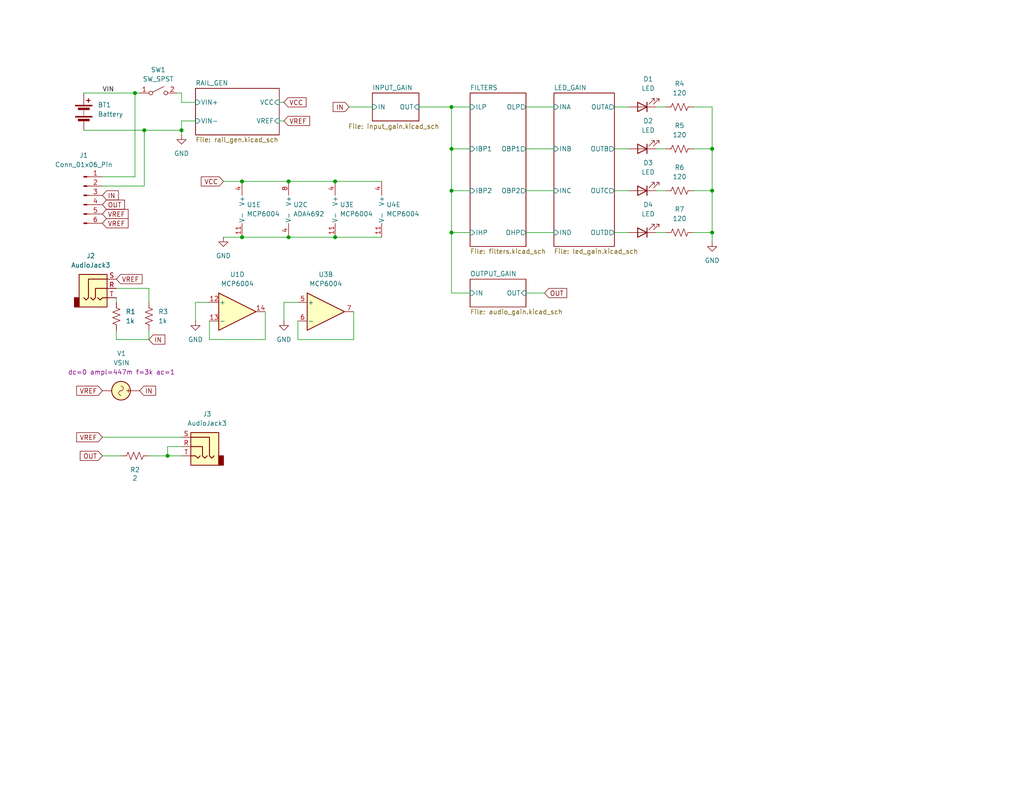
<source format=kicad_sch>
(kicad_sch (version 20250114) (generator "eeschema") (generator_version "9.0")
  (paper "USLetter")
  (title_block (title "EL223FP4L1") (date "2025-05-08") (rev "1") (company "Boles & Walker") (comment 1 "Board Overview"))
  (lib_symbols
    (symbol "Amplifier_Operational:MCP6004" (pin_names (offset 0.127))
      (property "Reference" "U" (at 0 5.08 0))
      (property "Value" "MCP6004" (at 0 -5.08 0))
      (symbol "MCP6004_1_1"
        (polyline (pts (xy -5.08 5.08) (xy 5.08 0) (xy -5.08 -5.08) (xy -5.08 5.08)) (stroke (width 0.254)) (fill (type background)))
        (pin input line (at -7.62 2.54 0) (length 2.54) (name "+") (number "3"))
        (pin input line (at -7.62 -2.54 0) (length 2.54) (name "-") (number "2"))
        (pin output line (at 7.62 0 180) (length 2.54) (name "~") (number "1"))
      )
      (symbol "MCP6004_2_1"
        (polyline (pts (xy -5.08 5.08) (xy 5.08 0) (xy -5.08 -5.08) (xy -5.08 5.08)) (stroke (width 0.254)) (fill (type background)))
        (pin input line (at -7.62 2.54 0) (length 2.54) (name "+") (number "5"))
        (pin input line (at -7.62 -2.54 0) (length 2.54) (name "-") (number "6"))
        (pin output line (at 7.62 0 180) (length 2.54) (name "~") (number "7"))
      )
      (symbol "MCP6004_3_1"
        (polyline (pts (xy -5.08 5.08) (xy 5.08 0) (xy -5.08 -5.08) (xy -5.08 5.08)) (stroke (width 0.254)) (fill (type background)))
        (pin input line (at -7.62 2.54 0) (length 2.54) (name "+") (number "10"))
        (pin input line (at -7.62 -2.54 0) (length 2.54) (name "-") (number "9"))
        (pin output line (at 7.62 0 180) (length 2.54) (name "~") (number "8"))
      )
      (symbol "MCP6004_4_1"
        (polyline (pts (xy -5.08 5.08) (xy 5.08 0) (xy -5.08 -5.08) (xy -5.08 5.08)) (stroke (width 0.254)) (fill (type background)))
        (pin input line (at -7.62 2.54 0) (length 2.54) (name "+") (number "12"))
        (pin input line (at -7.62 -2.54 0) (length 2.54) (name "-") (number "13"))
        (pin output line (at 7.62 0 180) (length 2.54) (name "~") (number "14"))
      )
      (symbol "MCP6004_5_1"
        (pin power_in line (at -2.54 7.62 270) (length 3.81) (name "V+") (number "4"))
        (pin power_in line (at -2.54 -7.62 90) (length 3.81) (name "V-") (number "11"))
      )
    )
    (symbol "Connector:Conn_01x06_Pin" (pin_names (offset 1.016) (hide yes))
      (property "Reference" "J" (at 0 7.62 0))
      (property "Value" "Conn_01x06_Pin" (at 0 -10.16 0))
      (symbol "Conn_01x06_Pin_1_1"
        (rectangle (start 0.8636 5.207) (end 0 4.953) (stroke (width 0.1524)) (fill (type outline)))
        (rectangle (start 0.8636 2.667) (end 0 2.413) (stroke (width 0.1524)) (fill (type outline)))
        (rectangle (start 0.8636 0.127) (end 0 -0.127) (stroke (width 0.1524)) (fill (type outline)))
        (rectangle (start 0.8636 -2.413) (end 0 -2.667) (stroke (width 0.1524)) (fill (type outline)))
        (rectangle (start 0.8636 -4.953) (end 0 -5.207) (stroke (width 0.1524)) (fill (type outline)))
        (rectangle (start 0.8636 -7.493) (end 0 -7.747) (stroke (width 0.1524)) (fill (type outline)))
        (polyline (pts (xy 1.27 5.08) (xy 0.8636 5.08)) (stroke (width 0.1524)))
        (polyline (pts (xy 1.27 2.54) (xy 0.8636 2.54)) (stroke (width 0.1524)))
        (polyline (pts (xy 1.27 0) (xy 0.8636 0)) (stroke (width 0.1524)))
        (polyline (pts (xy 1.27 -2.54) (xy 0.8636 -2.54)) (stroke (width 0.1524)))
        (polyline (pts (xy 1.27 -5.08) (xy 0.8636 -5.08)) (stroke (width 0.1524)))
        (polyline (pts (xy 1.27 -7.62) (xy 0.8636 -7.62)) (stroke (width 0.1524)))
        (pin passive line (at 5.08 5.08 180) (length 3.81) (name "Pin_1") (number "1"))
        (pin passive line (at 5.08 2.54 180) (length 3.81) (name "Pin_2") (number "2"))
        (pin passive line (at 5.08 0 180) (length 3.81) (name "Pin_3") (number "3"))
        (pin passive line (at 5.08 -2.54 180) (length 3.81) (name "Pin_4") (number "4"))
        (pin passive line (at 5.08 -5.08 180) (length 3.81) (name "Pin_5") (number "5"))
        (pin passive line (at 5.08 -7.62 180) (length 3.81) (name "Pin_6") (number "6"))
      )
    )
    (symbol "Connector_Audio:AudioJack3"
      (property "Reference" "J" (at 0 8.89 0))
      (property "Value" "AudioJack3" (at 0 6.35 0))
      (symbol "AudioJack3_0_1"
        (rectangle (start -5.08 -5.08) (end -6.35 -2.54) (stroke (width 0.254)) (fill (type outline)))
        (polyline (pts (xy -1.905 -2.54) (xy -1.27 -3.175) (xy -0.635 -2.54) (xy -0.635 0) (xy 2.54 0)) (stroke (width 0.254)))
        (polyline (pts (xy 0 -2.54) (xy 0.635 -3.175) (xy 1.27 -2.54) (xy 2.54 -2.54)) (stroke (width 0.254)))
        (rectangle (start 2.54 3.81) (end -5.08 -5.08) (stroke (width 0.254)) (fill (type background)))
        (polyline (pts (xy 2.54 2.54) (xy -2.54 2.54) (xy -2.54 -2.54) (xy -3.175 -3.175) (xy -3.81 -2.54)) (stroke (width 0.254)))
      )
      (symbol "AudioJack3_1_1"
        (pin passive line (at 5.08 2.54 180) (length 2.54) (name "~") (number "S"))
        (pin passive line (at 5.08 0 180) (length 2.54) (name "~") (number "R"))
        (pin passive line (at 5.08 -2.54 180) (length 2.54) (name "~") (number "T"))
      )
    )
    (symbol "Custom:ADA4692-2" (pin_names (offset 0.127))
      (property "Reference" "U" (at 2.54 6.35 0))
      (property "Value" "ADA4692-2" (at 2.54 3.81 0))
      (symbol "ADA4692-2_1_1"
        (polyline (pts (xy 5.08 0) (xy -5.08 5.08) (xy -5.08 -5.08) (xy 5.08 0)) (stroke (width 0.254)) (fill (type background)))
        (pin input line (at -7.62 2.54 0) (length 2.54) (name "+") (number "3"))
        (pin input line (at -7.62 -2.54 0) (length 2.54) (name "-") (number "2"))
        (pin output line (at 7.62 0 180) (length 2.54) (name "~") (number "1"))
      )
      (symbol "ADA4692-2_2_1"
        (polyline (pts (xy 5.08 0) (xy -5.08 5.08) (xy -5.08 -5.08) (xy 5.08 0)) (stroke (width 0.254)) (fill (type background)))
        (pin input line (at -7.62 2.54 0) (length 2.54) (name "+") (number "5"))
        (pin input line (at -7.62 -2.54 0) (length 2.54) (name "-") (number "6"))
        (pin output line (at 7.62 0 180) (length 2.54) (name "~") (number "7"))
      )
      (symbol "ADA4692-2_3_1"
        (pin power_in line (at 0 7.62 270) (length 3.81) (name "V+") (number "8"))
        (pin power_in line (at 0 -7.62 90) (length 3.81) (name "V-") (number "4"))
      )
    )
    (symbol "Device:Battery" (pin_numbers (hide yes)) (pin_names (offset 0) (hide yes))
      (property "Reference" "BT" (at 2.54 2.54 0))
      (property "Value" "Battery" (at 2.54 0 0))
      (symbol "Battery_0_1"
        (rectangle (start -2.286 1.778) (end 2.286 1.524) (fill (type outline)))
        (rectangle (start -2.286 -1.27) (end 2.286 -1.524) (fill (type outline)))
        (rectangle (start -1.524 1.016) (end 1.524 0.508) (fill (type outline)))
        (rectangle (start -1.524 -2.032) (end 1.524 -2.54) (fill (type outline)))
        (polyline (pts (xy 0 1.778) (xy 0 2.54)))
        (polyline (pts (xy 0 0) (xy 0 0.254)))
        (polyline (pts (xy 0 -0.508) (xy 0 -0.254)))
        (polyline (pts (xy 0 -1.016) (xy 0 -0.762)))
        (polyline (pts (xy 0.762 3.048) (xy 1.778 3.048)) (stroke (width 0.254)))
        (polyline (pts (xy 1.27 3.556) (xy 1.27 2.54)) (stroke (width 0.254)))
      )
      (symbol "Battery_1_1"
        (pin passive line (at 0 5.08 270) (length 2.54) (name "+") (number "1"))
        (pin passive line (at 0 -5.08 90) (length 2.54) (name "-") (number "2"))
      )
    )
    (symbol "Device:LED" (pin_numbers (hide yes)) (pin_names (offset 1.016) (hide yes))
      (property "Reference" "D" (at 0 2.54 0))
      (property "Value" "LED" (at 0 -2.54 0))
      (symbol "LED_0_1"
        (polyline (pts (xy -3.048 -0.762) (xy -4.572 -2.286) (xy -3.81 -2.286) (xy -4.572 -2.286) (xy -4.572 -1.524)))
        (polyline (pts (xy -1.778 -0.762) (xy -3.302 -2.286) (xy -2.54 -2.286) (xy -3.302 -2.286) (xy -3.302 -1.524)))
        (polyline (pts (xy -1.27 0) (xy 1.27 0)))
        (polyline (pts (xy -1.27 -1.27) (xy -1.27 1.27)) (stroke (width 0.254)))
        (polyline (pts (xy 1.27 -1.27) (xy 1.27 1.27) (xy -1.27 0) (xy 1.27 -1.27)) (stroke (width 0.254)))
      )
      (symbol "LED_1_1"
        (pin passive line (at -3.81 0 0) (length 2.54) (name "K") (number "1"))
        (pin passive line (at 3.81 0 180) (length 2.54) (name "A") (number "2"))
      )
    )
    (symbol "Device:R_US" (pin_numbers (hide yes)) (pin_names (offset 0))
      (property "Reference" "R" (at 2.54 0 90))
      (property "Value" "R_US" (at -2.54 0 90))
      (symbol "R_US_0_1"
        (polyline (pts (xy 0 2.286) (xy 0 2.54)))
        (polyline (pts (xy 0 2.286) (xy 1.016 1.905) (xy 0 1.524) (xy -1.016 1.143) (xy 0 0.762)))
        (polyline (pts (xy 0 0.762) (xy 1.016 0.381) (xy 0 0) (xy -1.016 -0.381) (xy 0 -0.762)))
        (polyline (pts (xy 0 -0.762) (xy 1.016 -1.143) (xy 0 -1.524) (xy -1.016 -1.905) (xy 0 -2.286)))
        (polyline (pts (xy 0 -2.286) (xy 0 -2.54)))
      )
      (symbol "R_US_1_1"
        (pin passive line (at 0 3.81 270) (length 1.27) (name "~") (number "1"))
        (pin passive line (at 0 -3.81 90) (length 1.27) (name "~") (number "2"))
      )
    )
    (symbol "Simulation_SPICE:VSIN" (pin_numbers (hide yes)) (pin_names (offset 0.0254))
      (property "Reference" "V" (at 2.54 2.54 0))
      (property "Value" "VSIN" (at 2.54 0 0))
      (property "Sim.Params" "dc=0 ampl=1 f=1k ac=1" (at 2.54 -2.54 0))
      (symbol "VSIN_0_0"
        (arc (start -1.27 0) (mid -0.635 0.6323) (end 0 0))
        (arc (start 1.27 0) (mid 0.635 -0.6323) (end 0 0))
        (text "+" (at 0 1.905 0) (effects (font (size 1.27 1.27))))
      )
      (symbol "VSIN_0_1"
        (circle (center 0 0) (radius 2.54) (stroke (width 0.254)) (fill (type background)))
      )
      (symbol "VSIN_1_1"
        (pin passive line (at 0 5.08 270) (length 2.54) (name "~") (number "1"))
        (pin passive line (at 0 -5.08 90) (length 2.54) (name "~") (number "2"))
      )
    )
    (symbol "Switch:SW_SPST" (pin_names (offset 0) (hide yes))
      (property "Reference" "SW" (at 0 3.175 0))
      (property "Value" "SW_SPST" (at 0 -2.54 0))
      (symbol "SW_SPST_0_0"
        (circle (center -2.032 0) (radius 0.508))
        (polyline (pts (xy -1.524 0.254) (xy 1.524 1.778)))
        (circle (center 2.032 0) (radius 0.508))
      )
      (symbol "SW_SPST_1_1"
        (pin passive line (at -5.08 0 0) (length 2.54) (name "A") (number "1"))
        (pin passive line (at 5.08 0 180) (length 2.54) (name "B") (number "2"))
      )
    )
    (symbol "power:GND" (power) (pin_numbers (hide yes)) (pin_names (offset 0) (hide yes))
      (property "Value" "GND" (at 0 -3.81 0))
      (symbol "GND_0_1"
        (polyline (pts (xy 0 0) (xy 0 -1.27) (xy 1.27 -1.27) (xy 0 -2.54) (xy -1.27 -1.27) (xy 0 -1.27)))
      )
      (symbol "GND_1_1"
        (pin power_in line (at 0 0 270) (length 0) (name "~") (number "1"))
      )
    )
  )
  (junction (at 45.72 124.46))
  (junction (at 91.44 49.53))
  (junction (at 123.19 63.5))
  (junction (at 78.74 64.77))
  (junction (at 36.83 25.4))
  (junction (at 123.19 52.07))
  (junction (at 91.44 64.77))
  (junction (at 123.19 40.64))
  (junction (at 66.04 64.77))
  (junction (at 39.37 35.56))
  (junction (at 194.31 63.5))
  (junction (at 194.31 52.07))
  (junction (at 78.74 49.53))
  (junction (at 66.04 49.53))
  (junction (at 49.53 35.56))
  (junction (at 194.31 40.64))
  (junction (at 123.19 29.21))
  (wire (pts (xy 78.74 64.77) (xy 91.44 64.77)))
  (wire (pts (xy 123.19 52.07) (xy 123.19 63.5)))
  (wire (pts (xy 49.53 124.46) (xy 45.72 124.46)))
  (wire (pts (xy 194.31 29.21) (xy 194.31 40.64)))
  (wire (pts (xy 194.31 63.5) (xy 194.31 66.04)))
  (wire (pts (xy 179.07 29.21) (xy 181.61 29.21)))
  (wire (pts (xy 40.64 124.46) (xy 45.72 124.46)))
  (wire (pts (xy 40.64 90.17) (xy 40.64 92.71)))
  (wire (pts (xy 189.23 52.07) (xy 194.31 52.07)))
  (wire (pts (xy 114.3 29.21) (xy 123.19 29.21)))
  (wire (pts (xy 76.2 33.02) (xy 77.47 33.02)))
  (wire (pts (xy 143.51 29.21) (xy 151.13 29.21)))
  (wire (pts (xy 194.31 52.07) (xy 194.31 63.5)))
  (wire (pts (xy 39.37 35.56) (xy 49.53 35.56)))
  (wire (pts (xy 143.51 40.64) (xy 151.13 40.64)))
  (wire (pts (xy 189.23 40.64) (xy 194.31 40.64)))
  (wire (pts (xy 22.86 35.56) (xy 39.37 35.56)))
  (wire (pts (xy 179.07 52.07) (xy 181.61 52.07)))
  (wire (pts (xy 91.44 64.77) (xy 104.14 64.77)))
  (wire (pts (xy 189.23 29.21) (xy 194.31 29.21)))
  (wire (pts (xy 167.64 29.21) (xy 171.45 29.21)))
  (wire (pts (xy 167.64 40.64) (xy 171.45 40.64)))
  (wire (pts (xy 78.74 49.53) (xy 91.44 49.53)))
  (wire (pts (xy 72.39 85.09) (xy 72.39 92.71)))
  (wire (pts (xy 91.44 49.53) (xy 104.14 49.53)))
  (wire (pts (xy 40.64 78.74) (xy 40.64 82.55)))
  (wire (pts (xy 66.04 64.77) (xy 78.74 64.77)))
  (wire (pts (xy 53.34 27.94) (xy 49.53 27.94)))
  (wire (pts (xy 77.47 82.55) (xy 77.47 87.63)))
  (wire (pts (xy 66.04 49.53) (xy 78.74 49.53)))
  (wire (pts (xy 57.15 92.71) (xy 57.15 87.63)))
  (wire (pts (xy 143.51 52.07) (xy 151.13 52.07)))
  (wire (pts (xy 143.51 63.5) (xy 151.13 63.5)))
  (wire (pts (xy 60.96 49.53) (xy 66.04 49.53)))
  (wire (pts (xy 40.64 92.71) (xy 31.75 92.71)))
  (wire (pts (xy 123.19 40.64) (xy 128.27 40.64)))
  (wire (pts (xy 39.37 50.8) (xy 27.94 50.8)))
  (wire (pts (xy 194.31 40.64) (xy 194.31 52.07)))
  (wire (pts (xy 53.34 82.55) (xy 53.34 87.63)))
  (wire (pts (xy 72.39 92.71) (xy 57.15 92.71)))
  (wire (pts (xy 49.53 27.94) (xy 49.53 25.4)))
  (wire (pts (xy 60.96 64.77) (xy 66.04 64.77)))
  (wire (pts (xy 179.07 63.5) (xy 181.61 63.5)))
  (wire (pts (xy 49.53 36.83) (xy 49.53 35.56)))
  (wire (pts (xy 36.83 48.26) (xy 27.94 48.26)))
  (wire (pts (xy 81.28 92.71) (xy 81.28 87.63)))
  (wire (pts (xy 81.28 82.55) (xy 77.47 82.55)))
  (wire (pts (xy 31.75 92.71) (xy 31.75 90.17)))
  (wire (pts (xy 22.86 25.4) (xy 36.83 25.4)))
  (wire (pts (xy 123.19 63.5) (xy 128.27 63.5)))
  (wire (pts (xy 123.19 63.5) (xy 123.19 80.01)))
  (wire (pts (xy 31.75 78.74) (xy 40.64 78.74)))
  (wire (pts (xy 27.94 119.38) (xy 49.53 119.38)))
  (wire (pts (xy 143.51 80.01) (xy 148.59 80.01)))
  (wire (pts (xy 31.75 81.28) (xy 31.75 82.55)))
  (wire (pts (xy 49.53 25.4) (xy 48.26 25.4)))
  (wire (pts (xy 27.94 124.46) (xy 33.02 124.46)))
  (wire (pts (xy 123.19 80.01) (xy 128.27 80.01)))
  (wire (pts (xy 49.53 33.02) (xy 53.34 33.02)))
  (wire (pts (xy 57.15 82.55) (xy 53.34 82.55)))
  (wire (pts (xy 36.83 25.4) (xy 36.83 48.26)))
  (wire (pts (xy 95.25 29.21) (xy 101.6 29.21)))
  (wire (pts (xy 179.07 40.64) (xy 181.61 40.64)))
  (wire (pts (xy 36.83 25.4) (xy 38.1 25.4)))
  (wire (pts (xy 189.23 63.5) (xy 194.31 63.5)))
  (wire (pts (xy 49.53 121.92) (xy 45.72 121.92)))
  (wire (pts (xy 167.64 63.5) (xy 171.45 63.5)))
  (wire (pts (xy 123.19 52.07) (xy 128.27 52.07)))
  (wire (pts (xy 49.53 35.56) (xy 49.53 33.02)))
  (wire (pts (xy 76.2 27.94) (xy 77.47 27.94)))
  (wire (pts (xy 45.72 121.92) (xy 45.72 124.46)))
  (wire (pts (xy 123.19 29.21) (xy 128.27 29.21)))
  (wire (pts (xy 123.19 29.21) (xy 123.19 40.64)))
  (wire (pts (xy 167.64 52.07) (xy 171.45 52.07)))
  (wire (pts (xy 96.52 92.71) (xy 81.28 92.71)))
  (wire (pts (xy 123.19 40.64) (xy 123.19 52.07)))
  (wire (pts (xy 96.52 85.09) (xy 96.52 92.71)))
  (wire (pts (xy 39.37 35.56) (xy 39.37 50.8)))
  (label "VIN" (at 27.94 25.4 0))
  (global_label "VREF" (shape input) (at 27.94 106.68 180) (property "Intersheetrefs" "${INTERSHEET_REFS}" (effects (hide yes))))
  (global_label "VREF" (shape input) (at 27.94 58.42 0) (property "Intersheetrefs" "${INTERSHEET_REFS}" (effects (hide yes))))
  (global_label "VCC" (shape input) (at 60.96 49.53 180) (property "Intersheetrefs" "${INTERSHEET_REFS}" (effects (hide yes))))
  (global_label "VCC" (shape input) (at 77.47 27.94 0) (property "Intersheetrefs" "${INTERSHEET_REFS}" (effects (hide yes))))
  (global_label "OUT" (shape input) (at 27.94 124.46 180) (property "Intersheetrefs" "${INTERSHEET_REFS}" (effects (hide yes))))
  (global_label "OUT" (shape input) (at 27.94 55.88 0) (property "Intersheetrefs" "${INTERSHEET_REFS}" (effects (hide yes))))
  (global_label "VREF" (shape input) (at 77.47 33.02 0) (property "Intersheetrefs" "${INTERSHEET_REFS}" (effects (hide yes))))
  (global_label "VREF" (shape input) (at 27.94 119.38 180) (property "Intersheetrefs" "${INTERSHEET_REFS}" (effects (hide yes))))
  (global_label "IN" (shape input) (at 40.64 92.71 0) (property "Intersheetrefs" "${INTERSHEET_REFS}" (effects (hide yes))))
  (global_label "VREF" (shape input) (at 31.75 76.2 0) (property "Intersheetrefs" "${INTERSHEET_REFS}" (effects (hide yes))))
  (global_label "IN" (shape input) (at 95.25 29.21 180) (property "Intersheetrefs" "${INTERSHEET_REFS}" (effects (hide yes))))
  (global_label "VREF" (shape input) (at 27.94 60.96 0) (property "Intersheetrefs" "${INTERSHEET_REFS}" (effects (hide yes))))
  (global_label "OUT" (shape input) (at 148.59 80.01 0) (property "Intersheetrefs" "${INTERSHEET_REFS}" (effects (hide yes))))
  (global_label "IN" (shape input) (at 38.1 106.68 0) (property "Intersheetrefs" "${INTERSHEET_REFS}" (effects (hide yes))))
  (global_label "IN" (shape input) (at 27.94 53.34 0) (property "Intersheetrefs" "${INTERSHEET_REFS}" (effects (hide yes))))
  (symbol (lib_id "power:GND") (at 53.34 87.63 0) (unit 1)
    (property "Reference" "#PWR03" (effects (hide yes)))
    (property "Value" "GND" (at 53.34 92.71 0))
    (property "Description" "Power symbol creates a global label with name \"GND\" , ground" (effects (hide yes)))
  )
  (symbol (lib_id "Device:R_US") (at 185.42 52.07 90) (unit 1)
    (property "Reference" "R6" (at 185.42 45.72 90))
    (property "Value" "120" (at 185.42 48.26 90))
    (property "Footprint" "Resistor_SMD:R_0805_2012Metric_Pad1.20x1.40mm_HandSolder" (effects (hide yes)))
    (property "Description" "Resistor, US symbol" (effects (hide yes)))
  )
  (symbol (lib_id "Device:LED") (at 175.26 29.21 180) (unit 1)
    (property "Reference" "D1" (at 176.8475 21.59 0))
    (property "Value" "LED" (at 176.8475 24.13 0))
    (property "Footprint" "LED_SMD:LED_0805_2012Metric_Pad1.15x1.40mm_HandSolder" (effects (hide yes)))
    (property "Description" "Light emitting diode" (effects (hide yes)))
    (property "Sim.Pins" "1=K 2=A" (effects (hide yes)))
    (property "Sim.Library" "led.lib" (effects (hide yes)))
    (property "Sim.Name" "LED_GENERAL" (effects (hide yes)))
    (property "Sim.Device" "D" (effects (hide yes)))
  )
  (symbol (lib_id "Device:LED") (at 175.26 63.5 180) (unit 1)
    (property "Reference" "D4" (at 176.8475 55.88 0))
    (property "Value" "LED" (at 176.8475 58.42 0))
    (property "Footprint" "LED_SMD:LED_0805_2012Metric_Pad1.15x1.40mm_HandSolder" (effects (hide yes)))
    (property "Description" "Light emitting diode" (effects (hide yes)))
    (property "Sim.Pins" "1=K 2=A" (effects (hide yes)))
    (property "Sim.Library" "led.lib" (effects (hide yes)))
    (property "Sim.Name" "LED_GENERAL" (effects (hide yes)))
    (property "Sim.Device" "D" (effects (hide yes)))
  )
  (symbol (lib_id "Custom:ADA4692-2") (at 78.74 57.15 0) (unit 3)
    (property "Reference" "U2" (at 80.01 55.8799 0) (effects (justify left)))
    (property "Value" "ADA4692" (at 80.01 58.4199 0) (effects (justify left)))
    (property "Footprint" "Package_SO:SOIC-8_3.9x4.9mm_P1.27mm" (effects (hide yes)))
    (property "Datasheet" "https://www.analog.com/media/en/technical-documentation/data-sheets/ADA4691-2_4691-4_4692-2_4692-4.pdf" (effects (hide yes)))
    (property "Description" "Dual Low Noise, Precision, Rail-to-Rail Output, JFET Op Amp, SOIC-8" (effects (hide yes)))
    (property "Sim.Library" "ada4692.sub" (effects (hide yes)))
    (property "Sim.Name" "ADA4692-2" (effects (hide yes)))
    (property "Sim.Device" "SUBCKT" (effects (hide yes)))
    (property "Sim.Pins" "1=AOUT 2=AIN- 3=AIN+ 4=V- 5=BIN+ 6=BIN- 7=BOUT 8=V+" (effects (hide yes)))
  )
  (symbol (lib_id "Device:R_US") (at 185.42 63.5 90) (unit 1)
    (property "Reference" "R7" (at 185.42 57.15 90))
    (property "Value" "120" (at 185.42 59.69 90))
    (property "Footprint" "Resistor_SMD:R_0805_2012Metric_Pad1.20x1.40mm_HandSolder" (effects (hide yes)))
    (property "Description" "Resistor, US symbol" (effects (hide yes)))
  )
  (symbol (lib_id "Device:R_US") (at 185.42 29.21 90) (unit 1)
    (property "Reference" "R4" (at 185.42 22.86 90))
    (property "Value" "120" (at 185.42 25.4 90))
    (property "Footprint" "Resistor_SMD:R_0805_2012Metric_Pad1.20x1.40mm_HandSolder" (effects (hide yes)))
    (property "Description" "Resistor, US symbol" (effects (hide yes)))
  )
  (symbol (lib_id "Connector_Audio:AudioJack3") (at 54.61 121.92 0) (mirror y) (unit 1) (exclude_from_sim yes)
    (property "Reference" "J3" (at 56.515 113.03 0))
    (property "Value" "AudioJack3" (at 56.515 115.57 0))
    (property "Footprint" "Connector_Audio:Jack_3.5mm_CUI_SJ1-3523N_Horizontal" (effects (hide yes)))
    (property "Description" "Audio Jack, 3 Poles (Stereo / TRS)" (effects (hide yes)))
  )
  (symbol (lib_id "power:GND") (at 60.96 64.77 0) (unit 1)
    (property "Reference" "#PWR04" (effects (hide yes)))
    (property "Value" "GND" (at 60.96 69.85 0))
    (property "Description" "Power symbol creates a global label with name \"GND\" , ground" (effects (hide yes)))
  )
  (symbol (lib_id "power:GND") (at 49.53 36.83 0) (unit 1)
    (property "Reference" "#PWR02" (effects (hide yes)))
    (property "Value" "GND" (at 49.53 41.91 0))
    (property "Description" "Power symbol creates a global label with name \"GND\" , ground" (effects (hide yes)))
  )
  (symbol (lib_id "Connector:Conn_01x06_Pin") (at 22.86 53.34 0) (unit 1)
    (property "Reference" "J1" (at 22.86 42.418 0))
    (property "Value" "Conn_01x06_Pin" (at 22.86 44.958 0))
    (property "Footprint" "Connector_PinSocket_2.54mm:PinSocket_1x06_P2.54mm_Vertical" (effects (hide yes)))
    (property "Description" "Generic connector, single row, 01x06, script generated" (effects (hide yes)))
  )
  (symbol (lib_id "Amplifier_Operational:MCP6004") (at 93.98 57.15 0) (unit 5)
    (property "Reference" "U3" (at 92.71 55.8799 0) (effects (justify left)))
    (property "Value" "MCP6004" (at 92.71 58.4199 0) (effects (justify left)))
    (property "Footprint" "Package_SO:SOIC-14_3.9x8.7mm_P1.27mm" (effects (hide yes)))
    (property "Datasheet" "http://ww1.microchip.com/downloads/en/DeviceDoc/21733j.pdf" (effects (hide yes)))
    (property "Description" "1MHz, Low-Power Op Amp, DIP-14/SOIC-14/TSSOP-14" (effects (hide yes)))
    (property "Sim.Library" "MCP6001.lib" (effects (hide yes)))
    (property "Sim.Name" "MCP6004" (effects (hide yes)))
    (property "Sim.Device" "SUBCKT" (effects (hide yes)))
    (property "Sim.Pins" "1=OUTA 2=A- 3=A+ 4=VDD 5=B+ 6=B- 7=OUTB 8=OUTC 9=C- 10=C+ 11=VSS 12=D+ 13=D- 14=OUTD" (effects (hide yes)))
  )
  (symbol (lib_id "Amplifier_Operational:MCP6004") (at 88.9 85.09 0) (unit 2)
    (property "Reference" "U3" (at 88.9 74.93 0))
    (property "Value" "MCP6004" (at 88.9 77.47 0))
    (property "Footprint" "Package_SO:SOIC-14_3.9x8.7mm_P1.27mm" (effects (hide yes)))
    (property "Datasheet" "http://ww1.microchip.com/downloads/en/DeviceDoc/21733j.pdf" (effects (hide yes)))
    (property "Description" "1MHz, Low-Power Op Amp, DIP-14/SOIC-14/TSSOP-14" (effects (hide yes)))
    (property "Sim.Library" "MCP6001.lib" (effects (hide yes)))
    (property "Sim.Name" "MCP6004" (effects (hide yes)))
    (property "Sim.Device" "SUBCKT" (effects (hide yes)))
    (property "Sim.Pins" "1=OUTA 2=A- 3=A+ 4=VDD 5=B+ 6=B- 7=OUTB 8=OUTC 9=C- 10=C+ 11=VSS 12=D+ 13=D- 14=OUTD" (effects (hide yes)))
  )
  (symbol (lib_id "Device:R_US") (at 31.75 86.36 0) (unit 1)
    (property "Reference" "R1" (at 34.29 85.0899 0) (effects (justify left)))
    (property "Value" "1k" (at 34.29 87.6299 0) (effects (justify left)))
    (property "Footprint" "Resistor_SMD:R_0805_2012Metric_Pad1.20x1.40mm_HandSolder" (effects (hide yes)))
    (property "Description" "Resistor, US symbol" (effects (hide yes)))
  )
  (symbol (lib_id "Device:LED") (at 175.26 52.07 180) (unit 1)
    (property "Reference" "D3" (at 176.8475 44.45 0))
    (property "Value" "LED" (at 176.8475 46.99 0))
    (property "Footprint" "LED_SMD:LED_0805_2012Metric_Pad1.15x1.40mm_HandSolder" (effects (hide yes)))
    (property "Description" "Light emitting diode" (effects (hide yes)))
    (property "Sim.Pins" "1=K 2=A" (effects (hide yes)))
    (property "Sim.Library" "led.lib" (effects (hide yes)))
    (property "Sim.Name" "LED_GENERAL" (effects (hide yes)))
    (property "Sim.Device" "D" (effects (hide yes)))
  )
  (symbol (lib_id "Device:R_US") (at 185.42 40.64 90) (unit 1)
    (property "Reference" "R5" (at 185.42 34.29 90))
    (property "Value" "120" (at 185.42 36.83 90))
    (property "Footprint" "Resistor_SMD:R_0805_2012Metric_Pad1.20x1.40mm_HandSolder" (effects (hide yes)))
    (property "Description" "Resistor, US symbol" (effects (hide yes)))
  )
  (symbol (lib_id "Amplifier_Operational:MCP6004") (at 106.68 57.15 0) (unit 5)
    (property "Reference" "U4" (at 105.41 55.8799 0) (effects (justify left)))
    (property "Value" "MCP6004" (at 105.41 58.4199 0) (effects (justify left)))
    (property "Footprint" "Package_SO:SOIC-14_3.9x8.7mm_P1.27mm" (effects (hide yes)))
    (property "Datasheet" "http://ww1.microchip.com/downloads/en/DeviceDoc/21733j.pdf" (effects (hide yes)))
    (property "Description" "1MHz, Low-Power Op Amp, DIP-14/SOIC-14/TSSOP-14" (effects (hide yes)))
    (property "Sim.Library" "MCP6001.lib" (effects (hide yes)))
    (property "Sim.Name" "MCP6004" (effects (hide yes)))
    (property "Sim.Device" "SUBCKT" (effects (hide yes)))
    (property "Sim.Pins" "1=OUTA 2=A- 3=A+ 4=VDD 5=B+ 6=B- 7=OUTB 8=OUTC 9=C- 10=C+ 11=VSS 12=D+ 13=D- 14=OUTD" (effects (hide yes)))
  )
  (symbol (lib_id "Device:LED") (at 175.26 40.64 180) (unit 1)
    (property "Reference" "D2" (at 176.8475 33.02 0))
    (property "Value" "LED" (at 176.8475 35.56 0))
    (property "Footprint" "LED_SMD:LED_0805_2012Metric_Pad1.15x1.40mm_HandSolder" (effects (hide yes)))
    (property "Description" "Light emitting diode" (effects (hide yes)))
    (property "Sim.Pins" "1=K 2=A" (effects (hide yes)))
    (property "Sim.Library" "led.lib" (effects (hide yes)))
    (property "Sim.Name" "LED_GENERAL" (effects (hide yes)))
    (property "Sim.Device" "D" (effects (hide yes)))
  )
  (symbol (lib_id "Simulation_SPICE:VSIN") (at 33.02 106.68 270) (unit 1) (in_bom no) (on_board no)
    (property "Reference" "V1" (at 33.1498 96.52 90))
    (property "Value" "VSIN" (at 33.1498 99.06 90))
    (property "Datasheet" "https://ngspice.sourceforge.io/docs/ngspice-html-manual/manual.xhtml#sec_Independent_Sources_for" (effects (hide yes)))
    (property "Description" "Voltage source, sinusoidal" (effects (hide yes)))
    (property "Sim.Pins" "1=+ 2=-" (effects (hide yes)))
    (property "Sim.Params" "dc=0 ampl=447m f=3k ac=1" (at 33.1498 101.6 90))
    (property "Sim.Type" "SIN" (effects (hide yes)))
    (property "Sim.Device" "V" (effects (hide yes)))
  )
  (symbol (lib_id "Device:R_US") (at 40.64 86.36 0) (unit 1)
    (property "Reference" "R3" (at 43.18 85.0899 0) (effects (justify left)))
    (property "Value" "1k" (at 43.18 87.6299 0) (effects (justify left)))
    (property "Footprint" "Resistor_SMD:R_0805_2012Metric_Pad1.20x1.40mm_HandSolder" (effects (hide yes)))
    (property "Description" "Resistor, US symbol" (effects (hide yes)))
  )
  (symbol (lib_id "power:GND") (at 77.47 87.63 0) (unit 1)
    (property "Reference" "#PWR05" (effects (hide yes)))
    (property "Value" "GND" (at 77.47 92.71 0))
    (property "Description" "Power symbol creates a global label with name \"GND\" , ground" (effects (hide yes)))
  )
  (symbol (lib_id "Connector_Audio:AudioJack3") (at 26.67 78.74 0) (unit 1) (exclude_from_sim yes)
    (property "Reference" "J2" (at 24.765 69.85 0))
    (property "Value" "AudioJack3" (at 24.765 72.39 0))
    (property "Footprint" "Connector_Audio:Jack_3.5mm_CUI_SJ1-3523N_Horizontal" (effects (hide yes)))
    (property "Description" "Audio Jack, 3 Poles (Stereo / TRS)" (effects (hide yes)))
  )
  (symbol (lib_id "Device:R_US") (at 36.83 124.46 90) (unit 1)
    (property "Reference" "R2" (at 36.83 128.27 90))
    (property "Value" "2" (at 36.83 130.556 90))
    (property "Footprint" "Resistor_SMD:R_0805_2012Metric_Pad1.20x1.40mm_HandSolder" (effects (hide yes)))
    (property "Description" "Resistor, US symbol" (effects (hide yes)))
  )
  (symbol (lib_id "power:GND") (at 194.31 66.04 0) (unit 1)
    (property "Reference" "#PWR06" (effects (hide yes)))
    (property "Value" "GND" (at 194.31 71.12 0))
    (property "Description" "Power symbol creates a global label with name \"GND\" , ground" (effects (hide yes)))
  )
  (symbol (lib_id "Device:Battery") (at 22.86 30.48 0) (unit 1) (exclude_from_sim yes)
    (property "Reference" "BT1" (at 26.67 28.6384 0) (effects (justify left)))
    (property "Value" "Battery" (at 26.67 31.1784 0) (effects (justify left)))
    (property "Footprint" "Battery:BatteryHolder_Keystone_2468_2xAAA" (effects (hide yes)))
    (property "Description" "Multiple-cell battery" (effects (hide yes)))
    (property "Sim.Device" "V" (effects (hide yes)))
    (property "Sim.Pins" "1=+ 2=-" (effects (hide yes)))
    (property "Sim.Type" "PWL" (effects (hide yes)))
    (property "Sim.Params" "pwl=\"0 0 10u 0 0.1m 3\"" (effects (hide yes)))
  )
  (symbol (lib_id "Amplifier_Operational:MCP6004") (at 64.77 85.09 0) (unit 4)
    (property "Reference" "U1" (at 64.77 74.93 0))
    (property "Value" "MCP6004" (at 64.77 77.47 0))
    (property "Footprint" "Package_SO:SOIC-14_3.9x8.7mm_P1.27mm" (effects (hide yes)))
    (property "Datasheet" "http://ww1.microchip.com/downloads/en/DeviceDoc/21733j.pdf" (effects (hide yes)))
    (property "Description" "1MHz, Low-Power Op Amp, DIP-14/SOIC-14/TSSOP-14" (effects (hide yes)))
    (property "Sim.Library" "MCP6001.lib" (effects (hide yes)))
    (property "Sim.Name" "MCP6004" (effects (hide yes)))
    (property "Sim.Device" "SUBCKT" (effects (hide yes)))
    (property "Sim.Pins" "1=OUTA 2=A- 3=A+ 4=VDD 5=B+ 6=B- 7=OUTB 8=OUTC 9=C- 10=C+ 11=VSS 12=D+ 13=D- 14=OUTD" (effects (hide yes)))
  )
  (symbol (lib_id "Switch:SW_SPST") (at 43.18 25.4 0) (unit 1)
    (property "Reference" "SW1" (at 43.18 19.05 0))
    (property "Value" "SW_SPST" (at 43.18 21.59 0))
    (property "Footprint" "Button_Switch_THT:SW_DIP_SPSTx01_Slide_9.78x4.72mm_W7.62mm_P2.54mm" (effects (hide yes)))
    (property "Description" "Single Pole Single Throw (SPST) switch" (effects (hide yes)))
    (property "Sim.Device" "R" (effects (hide yes)))
    (property "Sim.Pins" "1=+ 2=-" (effects (hide yes)))
    (property "Sim.Params" "r=0" (effects (hide yes)))
  )
  (symbol (lib_id "Amplifier_Operational:MCP6004") (at 68.58 57.15 0) (unit 5)
    (property "Reference" "U1" (at 67.31 55.8799 0) (effects (justify left)))
    (property "Value" "MCP6004" (at 67.31 58.4199 0) (effects (justify left)))
    (property "Footprint" "Package_SO:SOIC-14_3.9x8.7mm_P1.27mm" (effects (hide yes)))
    (property "Datasheet" "http://ww1.microchip.com/downloads/en/DeviceDoc/21733j.pdf" (effects (hide yes)))
    (property "Description" "1MHz, Low-Power Op Amp, DIP-14/SOIC-14/TSSOP-14" (effects (hide yes)))
    (property "Sim.Library" "MCP6001.lib" (effects (hide yes)))
    (property "Sim.Name" "MCP6004" (effects (hide yes)))
    (property "Sim.Device" "SUBCKT" (effects (hide yes)))
    (property "Sim.Pins" "1=OUTA 2=A- 3=A+ 4=VDD 5=B+ 6=B- 7=OUTB 8=OUTC 9=C- 10=C+ 11=VSS 12=D+ 13=D- 14=OUTD" (effects (hide yes)))
  )
  (sheet (at 128.27 76.2) (size 15.24 7.62) (stroke (width 0.1524))
    (property "Sheetname" "OUTPUT_GAIN" (at 128.27 75.4884 0) (effects (justify left bottom)))
    (property "Sheetfile" "audio_gain.kicad_sch" (at 128.27 84.4046 0) (effects (justify left top)))
    (pin "IN" input (at 128.27 80.01 180))
    (pin "OUT" input (at 143.51 80.01 0))
  )
  (sheet (at 128.27 25.4) (size 15.24 41.91) (stroke (width 0.1524))
    (property "Sheetname" "FILTERS" (at 128.27 24.6884 0) (effects (justify left bottom)))
    (property "Sheetfile" "filters.kicad_sch" (at 128.27 67.8946 0) (effects (justify left top)))
    (pin "IBP1" input (at 128.27 40.64 180))
    (pin "IBP2" input (at 128.27 52.07 180))
    (pin "ILP" input (at 128.27 29.21 180))
    (pin "OBP1" output (at 143.51 40.64 0))
    (pin "OBP2" output (at 143.51 52.07 0))
    (pin "OLP" output (at 143.51 29.21 0))
    (pin "IHP" input (at 128.27 63.5 180))
    (pin "OHP" output (at 143.51 63.5 0))
  )
  (sheet (at 53.34 24.13) (size 22.86 12.7) (stroke (width 0.1524))
    (property "Sheetname" "RAIL_GEN" (at 53.34 23.4184 0) (effects (justify left bottom)))
    (property "Sheetfile" "rail_gen.kicad_sch" (at 53.34 37.4146 0) (effects (justify left top)))
    (pin "VREF" input (at 76.2 33.02 0))
    (pin "VCC" input (at 76.2 27.94 0))
    (pin "VIN+" input (at 53.34 27.94 180))
    (pin "VIN-" input (at 53.34 33.02 180))
  )
  (sheet (at 101.6 25.4) (size 12.7 7.62) (stroke (width 0.1524))
    (property "Sheetname" "INPUT_GAIN" (at 101.6 24.6884 0) (effects (justify left bottom)))
    (property "Sheetfile" "input_gain.kicad_sch" (at 94.996 33.782 0) (effects (justify left top)))
    (pin "IN" input (at 101.6 29.21 180))
    (pin "OUT" input (at 114.3 29.21 0))
  )
  (sheet (at 151.13 25.4) (size 16.51 41.91) (stroke (width 0.1524))
    (property "Sheetname" "LED_GAIN" (at 151.13 24.6884 0) (effects (justify left bottom)))
    (property "Sheetfile" "led_gain.kicad_sch" (at 151.13 67.8946 0) (effects (justify left top)))
    (pin "INA" input (at 151.13 29.21 180))
    (pin "INB" input (at 151.13 40.64 180))
    (pin "INC" input (at 151.13 52.07 180))
    (pin "IND" input (at 151.13 63.5 180))
    (pin "OUTA" output (at 167.64 29.21 0))
    (pin "OUTB" output (at 167.64 40.64 0))
    (pin "OUTC" output (at 167.64 52.07 0))
    (pin "OUTD" output (at 167.64 63.5 0))
  )
)
</source>
